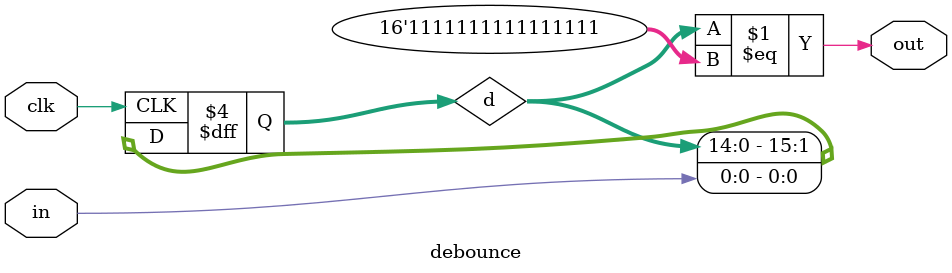
<source format=v>
module debounce (clk, in, out);

	input clk, in;
	output out;

	reg [15:0] d;

	assign out = d == 16'hffff;

	initial d = 0;

	always @( posedge clk ) begin
		d[15:1] <= d[14:0];
		d[0] <= in;
	end

endmodule
</source>
